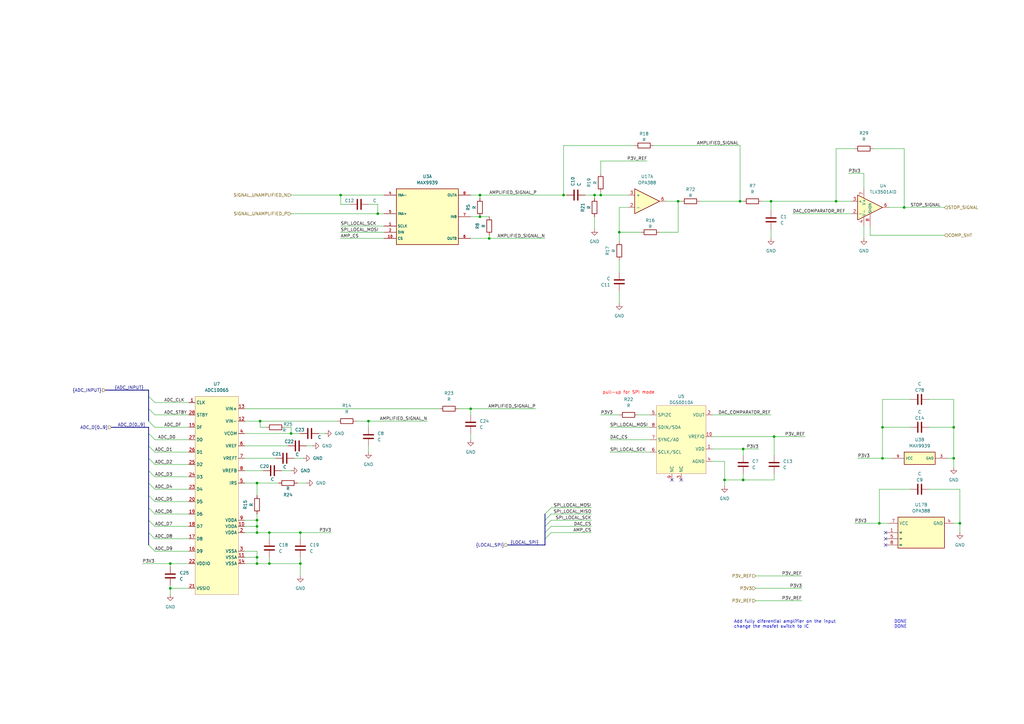
<source format=kicad_sch>
(kicad_sch (version 20231120) (generator "eeschema") (generator_version "8.0")
  (paper "A3")
  (lib_symbols
    (symbol "10_ICs:ADC10065"
      (property "Reference" "U" (at 0.508 1.016 0))
      (property "Value" "ADC10065" (at 0 0 0))
      (symbol "ADC10065_1_1"
        (rectangle (start 0 0) (end 17.78 -81.28) (stroke (width 0.0645)) (fill (type background)))
        (pin input line (at -2.54 -2.54 0) (length 2.54) (name "CLK") (number "1"))
        (pin input line (at 20.32 -53.34 180) (length 2.54) (name "VDDA") (number "10"))
        (pin input line (at 20.32 -66.04 180) (length 2.54) (name "VSSA") (number "11"))
        (pin input line (at 20.32 -10.16 180) (length 2.54) (name "VIN-") (number "12"))
        (pin input line (at 20.32 -5.08 180) (length 2.54) (name "VIN+") (number "13"))
        (pin input line (at 20.32 -68.58 180) (length 2.54) (name "VSSA") (number "14"))
        (pin input line (at -2.54 -12.7 0) (length 2.54) (name "DF") (number "15"))
        (pin input line (at -2.54 -63.5 0) (length 2.54) (name "D9") (number "16"))
        (pin input line (at -2.54 -58.42 0) (length 2.54) (name "D8") (number "17"))
        (pin input line (at -2.54 -53.34 0) (length 2.54) (name "D7") (number "18"))
        (pin input line (at -2.54 -48.26 0) (length 2.54) (name "D6") (number "19"))
        (pin input line (at 20.32 -55.88 180) (length 2.54) (name "VDDA") (number "2"))
        (pin input line (at -2.54 -43.18 0) (length 2.54) (name "D5") (number "20"))
        (pin input line (at -2.54 -78.74 0) (length 2.54) (name "VSSIO") (number "21"))
        (pin input line (at -2.54 -68.58 0) (length 2.54) (name "VDDIO") (number "22"))
        (pin input line (at -2.54 -38.1 0) (length 2.54) (name "D4") (number "23"))
        (pin input line (at -2.54 -33.02 0) (length 2.54) (name "D3") (number "24"))
        (pin input line (at -2.54 -27.94 0) (length 2.54) (name "D2") (number "25"))
        (pin input line (at -2.54 -22.86 0) (length 2.54) (name "D1") (number "26"))
        (pin input line (at -2.54 -17.78 0) (length 2.54) (name "D0") (number "27"))
        (pin input line (at -2.54 -7.62 0) (length 2.54) (name "STBY") (number "28"))
        (pin input line (at 20.32 -63.5 180) (length 2.54) (name "VSSA") (number "3"))
        (pin input line (at 20.32 -15.24 180) (length 2.54) (name "VCOM") (number "4"))
        (pin input line (at 20.32 -35.56 180) (length 2.54) (name "IRS") (number "5"))
        (pin input line (at 20.32 -20.32 180) (length 2.54) (name "VREF") (number "6"))
        (pin input line (at 20.32 -25.4 180) (length 2.54) (name "VREFT") (number "7"))
        (pin input line (at 20.32 -30.48 180) (length 2.54) (name "VREFB") (number "8"))
        (pin input line (at 20.32 -50.8 180) (length 2.54) (name "VDDA") (number "9"))
      )
    )
    (symbol "10_ICs:DAC60501ZDGS"
      (property "Reference" "U" (at 0.762 1.27 0))
      (symbol "DAC60501ZDGS_1_1"
        (rectangle (start 0 0) (end 20.32 -27.94) (stroke (width 0.0645) (color 132 0 0 1)) (fill (type background)))
        (pin input line (at 22.86 -17.78 180) (length 2.54) (name "VDD") (number "1"))
        (pin input line (at 22.86 -12.7 180) (length 2.54) (name "VREFIO") (number "10"))
        (pin input line (at 22.86 -3.81 180) (length 2.54) (name "VOUT") (number "2"))
        (pin input line (at 10.16 -30.48 90) (length 2.54) (name "NC") (number "3"))
        (pin input line (at 22.86 -22.86 180) (length 2.54) (name "AGND") (number "4"))
        (pin input line (at -2.54 -3.81 0) (length 2.54) (name "SPI2C") (number "5"))
        (pin input line (at -2.54 -19.05 0) (length 2.54) (name "SCLK/SCL") (number "6"))
        (pin input line (at -2.54 -13.97 0) (length 2.54) (name "SYNC/A0") (number "7"))
        (pin input line (at -2.54 -8.89 0) (length 2.54) (name "SDIN/SDA") (number "8"))
        (pin input line (at 6.35 -30.48 90) (length 2.54) (name "NC") (number "9"))
      )
    )
    (symbol "10_ICs:MAX9939"
      (property "Reference" "U" (at 0.508 2.794 0))
      (property "Value" "MAX9939" (at 4.064 1.016 0))
      (symbol "MAX9939_1_0"
        (pin bidirectional line (at -5.08 -15.24 0) (length 5.08) (name "SCLK") (number "1"))
        (pin bidirectional line (at -5.08 -20.32 0) (length 5.08) (name "CS") (number "10"))
        (pin bidirectional line (at -5.08 -17.78 0) (length 5.08) (name "DIN") (number "2"))
        (pin bidirectional line (at -5.08 -2.54 0) (length 5.08) (name "INA-") (number "4"))
        (pin bidirectional line (at -5.08 -10.16 0) (length 5.08) (name "INA+") (number "5"))
        (pin bidirectional line (at 30.48 -20.32 180) (length 5.08) (name "OUTB") (number "6"))
        (pin bidirectional line (at 30.48 -11.43 180) (length 5.08) (name "INB") (number "7"))
        (pin bidirectional line (at 30.48 -2.54 180) (length 5.08) (name "OUTA") (number "8"))
      )
      (symbol "MAX9939_1_1"
        (rectangle (start 0 0) (end 25.4 -22.86) (stroke (width 0.254)) (fill (type background)))
      )
      (symbol "MAX9939_2_0"
        (pin bidirectional line (at 17.78 -2.54 180) (length 5.08) (name "GND") (number "3"))
        (pin bidirectional line (at -5.08 -2.54 0) (length 5.08) (name "VCC") (number "9"))
      )
      (symbol "MAX9939_2_1"
        (rectangle (start 0 0) (end 12.7 -5.08) (stroke (width 0.254)) (fill (type background)))
      )
    )
    (symbol "10_ICs:OPA388"
      (property "Reference" "U" (at 0.508 3.556 0))
      (property "Value" "OPA388" (at 3.556 1.27 0))
      (symbol "OPA388_1_1"
        (polyline (pts (xy 0 0) (xy 10.16 -5.08) (xy 0 -10.16) (xy 0 0)) (stroke (width 0.254)) (fill (type background)))
        (pin input line (at -2.54 -7.62 0) (length 2.54) (name "-") (number "2"))
        (pin input line (at -2.54 -2.54 0) (length 2.54) (name "+") (number "3"))
        (pin output line (at 12.7 -5.08 180) (length 2.54) (name "~") (number "6"))
      )
      (symbol "OPA388_2_1"
        (rectangle (start 0 0) (end 19.05 -12.7) (stroke (width 0.254) (color 132 0 0 1)) (fill (type background)))
        (pin input line (at -5.08 -6.35 0) (length 5.08) (name "NC") (number "1"))
        (pin power_in line (at 22.86 -2.54 180) (length 3.81) (name "GND") (number "4"))
        (pin input line (at -5.08 -8.89 0) (length 5.08) (name "NC") (number "5"))
        (pin power_in line (at -3.81 -2.54 0) (length 3.81) (name "VCC") (number "7"))
        (pin input line (at -5.08 -11.43 0) (length 5.08) (name "NC") (number "8"))
      )
    )
    (symbol "Comparator:TLV3501AID" (pin_names (offset 0.127))
      (property "Reference" "U" (at 3.81 -5.08 0))
      (property "Value" "TLV3501AID" (at 3.81 -7.62 0))
      (symbol "TLV3501AID_1_1"
        (polyline (pts (xy -5.08 5.08) (xy 5.08 0) (xy -5.08 -5.08) (xy -5.08 5.08)) (stroke (width 0.254)) (fill (type background)))
        (pin no_connect line (at -5.08 5.08 180) (length 0) hide (name "NC") (number "1"))
        (pin input line (at -7.62 -2.54 0) (length 2.54) (name "-") (number "2"))
        (pin input line (at -7.62 2.54 0) (length 2.54) (name "+") (number "3"))
        (pin power_in line (at -2.54 -7.62 90) (length 3.81) (name "V-") (number "4"))
        (pin no_connect line (at -5.08 -5.08 180) (length 0) hide (name "NC") (number "5"))
        (pin output line (at 7.62 0 180) (length 2.54) (name "~") (number "6"))
        (pin power_in line (at -2.54 7.62 270) (length 3.81) (name "V+") (number "7"))
        (pin input line (at 0 -7.62 90) (length 5.08) (name "SHDN") (number "8"))
      )
    )
    (symbol "Device:C" (pin_numbers hide) (pin_names (offset 0.254))
      (property "Reference" "C" (at 0.635 2.54 0))
      (property "Value" "C" (at 0.635 -2.54 0))
      (symbol "C_0_1"
        (polyline (pts (xy -2.032 -0.762) (xy 2.032 -0.762)) (stroke (width 0.508)))
        (polyline (pts (xy -2.032 0.762) (xy 2.032 0.762)) (stroke (width 0.508)))
      )
      (symbol "C_1_1"
        (pin passive line (at 0 3.81 270) (length 2.794) (name "~") (number "1"))
        (pin passive line (at 0 -3.81 90) (length 2.794) (name "~") (number "2"))
      )
    )
    (symbol "Device:R" (pin_numbers hide) (pin_names (offset 0))
      (property "Reference" "R" (at 2.032 0 90))
      (property "Value" "R" (at 0 0 90))
      (symbol "R_0_1"
        (rectangle (start -1.016 -2.54) (end 1.016 2.54) (stroke (width 0.254)))
      )
      (symbol "R_1_1"
        (pin passive line (at 0 3.81 270) (length 1.27) (name "~") (number "1"))
        (pin passive line (at 0 -3.81 90) (length 1.27) (name "~") (number "2"))
      )
    )
    (symbol "power:GND" (power) (pin_numbers hide) (pin_names (offset 0) hide)
      (property "Value" "GND" (at 0 -3.81 0))
      (symbol "GND_0_1"
        (polyline (pts (xy 0 0) (xy 0 -1.27) (xy 1.27 -1.27) (xy 0 -2.54) (xy -1.27 -1.27) (xy 0 -1.27)))
      )
      (symbol "GND_1_1"
        (pin power_in line (at 0 0 270) (length 0) (name "~") (number "1"))
      )
    )
  )
  (bus_alias "ADC_INPUT" (members "ADC_CLK" "ADC_STBY" "ADC_DF"))
  (bus_alias "DAC_SPI" (members "DAC_MOSI" "DAC_CS" "DAC_SCLK"))
  (junction (at 106.68 172.72))
  (junction (at 110.49 231.14))
  (junction (at 105.41 215.9))
  (junction (at 304.8 196.85))
  (junction (at 196.85 88.9))
  (junction (at 278.13 82.55))
  (junction (at 246.38 80.01))
  (junction (at 154.94 87.63))
  (junction (at 303.53 82.55))
  (junction (at 297.18 196.85))
  (junction (at 139.7 80.01))
  (junction (at 316.23 82.55))
  (junction (at 105.41 218.44))
  (junction (at 391.16 175.26))
  (junction (at 342.9 82.55))
  (junction (at 243.84 80.01))
  (junction (at 110.49 218.44))
  (junction (at 151.13 172.72))
  (junction (at 370.84 85.09))
  (junction (at 196.85 80.01))
  (junction (at 123.19 231.14))
  (junction (at 105.41 228.6))
  (junction (at 69.85 241.3))
  (junction (at 361.95 175.26))
  (junction (at 105.41 198.12))
  (junction (at 360.68 214.63))
  (junction (at 200.66 97.79))
  (junction (at 391.16 187.96))
  (junction (at 105.41 231.14))
  (junction (at 393.7 214.63))
  (junction (at 193.04 167.64))
  (junction (at 254 95.25))
  (junction (at 317.5 179.07))
  (junction (at 361.95 187.96))
  (junction (at 123.19 218.44))
  (junction (at 69.85 231.14))
  (junction (at 231.14 80.01))
  (junction (at 304.8 184.15))
  (junction (at 119.38 177.8))
  (junction (at 105.41 213.36))
  (no_connect (at 279.4 196.85))
  (no_connect (at 275.59 196.85))
  (no_connect (at 363.22 218.44))
  (no_connect (at 363.22 220.98))
  (no_connect (at 363.22 223.52))
  (bus_entry (at 60.96 218.44) (size 2.54 2.54))
  (bus_entry (at 60.96 187.96) (size 2.54 2.54))
  (bus_entry (at 60.96 208.28) (size 2.54 2.54))
  (bus_entry (at 60.96 203.2) (size 2.54 2.54))
  (bus_entry (at 223.52 220.98) (size 2.54 -2.54))
  (bus_entry (at 60.96 182.88) (size 2.54 2.54))
  (bus_entry (at 60.96 177.8) (size 2.54 2.54))
  (bus_entry (at 60.96 213.36) (size 2.54 2.54))
  (bus_entry (at 223.52 215.9) (size 2.54 -2.54))
  (bus_entry (at 223.52 218.44) (size 2.54 -2.54))
  (bus_entry (at 60.96 198.12) (size 2.54 2.54))
  (bus_entry (at 63.5 175.26) (size -2.54 -2.54))
  (bus_entry (at 63.5 170.18) (size -2.54 -2.54))
  (bus_entry (at 60.96 223.52) (size 2.54 2.54))
  (bus_entry (at 60.96 193.04) (size 2.54 2.54))
  (bus_entry (at 223.52 213.36) (size 2.54 -2.54))
  (bus_entry (at 223.52 210.82) (size 2.54 -2.54))
  (bus_entry (at 63.5 165.1) (size -2.54 -2.54))
  (wire (pts (xy 139.7 80.01) (xy 157.48 80.01)))
  (wire (pts (xy 270.51 95.25) (xy 278.13 95.25)))
  (wire (pts (xy 391.16 187.96) (xy 388.62 187.96)))
  (wire (pts (xy 119.38 87.63) (xy 154.94 87.63)))
  (wire (pts (xy 125.73 182.88) (xy 128.27 182.88)))
  (wire (pts (xy 123.19 218.44) (xy 135.89 218.44)))
  (wire (pts (xy 154.94 83.82) (xy 154.94 87.63)))
  (wire (pts (xy 196.85 80.01) (xy 196.85 81.28)))
  (bus (pts (xy 60.96 172.72) (xy 60.96 167.64)))
  (bus (pts (xy 60.96 182.88) (xy 60.96 177.8)))
  (wire (pts (xy 254 119.38) (xy 254 124.46)))
  (wire (pts (xy 243.84 80.01) (xy 246.38 80.01)))
  (wire (pts (xy 317.5 179.07) (xy 317.5 186.69)))
  (wire (pts (xy 100.33 193.04) (xy 107.95 193.04)))
  (wire (pts (xy 246.38 78.74) (xy 246.38 80.01)))
  (wire (pts (xy 381 200.66) (xy 393.7 200.66)))
  (wire (pts (xy 342.9 82.55) (xy 349.25 82.55)))
  (wire (pts (xy 364.49 85.09) (xy 370.84 85.09)))
  (wire (pts (xy 63.5 185.42) (xy 77.47 185.42)))
  (wire (pts (xy 309.88 236.22) (xy 328.93 236.22)))
  (wire (pts (xy 317.5 196.85) (xy 304.8 196.85)))
  (bus (pts (xy 223.52 213.36) (xy 223.52 210.82)))
  (wire (pts (xy 391.16 163.83) (xy 391.16 175.26)))
  (wire (pts (xy 193.04 80.01) (xy 196.85 80.01)))
  (wire (pts (xy 139.7 83.82) (xy 139.7 80.01)))
  (wire (pts (xy 358.14 60.96) (xy 370.84 60.96)))
  (wire (pts (xy 267.97 59.69) (xy 303.53 59.69)))
  (wire (pts (xy 309.88 246.38) (xy 328.93 246.38)))
  (wire (pts (xy 254 106.68) (xy 254 111.76)))
  (wire (pts (xy 361.95 175.26) (xy 361.95 187.96)))
  (wire (pts (xy 193.04 97.79) (xy 200.66 97.79)))
  (wire (pts (xy 63.5 210.82) (xy 77.47 210.82)))
  (wire (pts (xy 110.49 218.44) (xy 105.41 218.44)))
  (wire (pts (xy 187.96 167.64) (xy 193.04 167.64)))
  (wire (pts (xy 309.88 241.3) (xy 328.93 241.3)))
  (wire (pts (xy 110.49 231.14) (xy 105.41 231.14)))
  (wire (pts (xy 106.68 175.26) (xy 106.68 172.72)))
  (wire (pts (xy 105.41 228.6) (xy 105.41 231.14)))
  (wire (pts (xy 63.5 195.58) (xy 77.47 195.58)))
  (wire (pts (xy 77.47 231.14) (xy 69.85 231.14)))
  (wire (pts (xy 100.33 226.06) (xy 105.41 226.06)))
  (wire (pts (xy 254 95.25) (xy 254 85.09)))
  (wire (pts (xy 242.57 218.44) (xy 226.06 218.44)))
  (wire (pts (xy 350.52 60.96) (xy 342.9 60.96)))
  (bus (pts (xy 223.52 215.9) (xy 223.52 218.44)))
  (wire (pts (xy 100.33 198.12) (xy 105.41 198.12)))
  (wire (pts (xy 361.95 187.96) (xy 365.76 187.96)))
  (wire (pts (xy 63.5 165.1) (xy 77.47 165.1)))
  (wire (pts (xy 387.35 96.52) (xy 356.87 96.52)))
  (wire (pts (xy 351.79 187.96) (xy 361.95 187.96)))
  (wire (pts (xy 119.38 175.26) (xy 119.38 177.8)))
  (wire (pts (xy 356.87 96.52) (xy 356.87 92.71)))
  (wire (pts (xy 123.19 231.14) (xy 110.49 231.14)))
  (bus (pts (xy 60.96 208.28) (xy 60.96 203.2)))
  (wire (pts (xy 110.49 228.6) (xy 110.49 231.14)))
  (wire (pts (xy 63.5 226.06) (xy 77.47 226.06)))
  (wire (pts (xy 250.19 175.26) (xy 266.7 175.26)))
  (wire (pts (xy 119.38 80.01) (xy 139.7 80.01)))
  (wire (pts (xy 105.41 231.14) (xy 100.33 231.14)))
  (wire (pts (xy 120.65 187.96) (xy 124.46 187.96)))
  (wire (pts (xy 242.57 213.36) (xy 226.06 213.36)))
  (wire (pts (xy 254 95.25) (xy 262.89 95.25)))
  (wire (pts (xy 100.33 187.96) (xy 113.03 187.96)))
  (bus (pts (xy 60.96 203.2) (xy 60.96 198.12)))
  (wire (pts (xy 109.22 175.26) (xy 106.68 175.26)))
  (wire (pts (xy 69.85 240.03) (xy 69.85 241.3)))
  (bus (pts (xy 60.96 167.64) (xy 60.96 162.56)))
  (wire (pts (xy 317.5 179.07) (xy 292.1 179.07)))
  (bus (pts (xy 60.96 193.04) (xy 60.96 187.96)))
  (wire (pts (xy 110.49 220.98) (xy 110.49 218.44)))
  (wire (pts (xy 63.5 205.74) (xy 77.47 205.74)))
  (wire (pts (xy 139.7 92.71) (xy 157.48 92.71)))
  (bus (pts (xy 60.96 187.96) (xy 60.96 182.88)))
  (wire (pts (xy 347.98 71.12) (xy 354.33 71.12)))
  (wire (pts (xy 100.33 215.9) (xy 105.41 215.9)))
  (wire (pts (xy 342.9 60.96) (xy 342.9 82.55)))
  (wire (pts (xy 63.5 215.9) (xy 77.47 215.9)))
  (wire (pts (xy 121.92 198.12) (xy 125.73 198.12)))
  (wire (pts (xy 200.66 97.79) (xy 200.66 96.52)))
  (wire (pts (xy 242.57 210.82) (xy 226.06 210.82)))
  (wire (pts (xy 146.05 172.72) (xy 151.13 172.72)))
  (wire (pts (xy 254 99.06) (xy 254 95.25)))
  (wire (pts (xy 63.5 200.66) (xy 77.47 200.66)))
  (wire (pts (xy 123.19 220.98) (xy 123.19 218.44)))
  (wire (pts (xy 261.62 170.18) (xy 266.7 170.18)))
  (wire (pts (xy 100.33 167.64) (xy 180.34 167.64)))
  (wire (pts (xy 350.52 214.63) (xy 360.68 214.63)))
  (bus (pts (xy 223.52 223.52) (xy 208.28 223.52)))
  (wire (pts (xy 100.33 177.8) (xy 119.38 177.8)))
  (wire (pts (xy 260.35 59.69) (xy 231.14 59.69)))
  (wire (pts (xy 143.51 83.82) (xy 139.7 83.82)))
  (wire (pts (xy 100.33 182.88) (xy 118.11 182.88)))
  (wire (pts (xy 63.5 170.18) (xy 77.47 170.18)))
  (wire (pts (xy 246.38 170.18) (xy 254 170.18)))
  (wire (pts (xy 254 85.09) (xy 257.81 85.09)))
  (wire (pts (xy 100.33 228.6) (xy 105.41 228.6)))
  (wire (pts (xy 278.13 82.55) (xy 273.05 82.55)))
  (wire (pts (xy 250.19 180.34) (xy 266.7 180.34)))
  (wire (pts (xy 243.84 88.9) (xy 243.84 93.98)))
  (wire (pts (xy 69.85 231.14) (xy 58.42 231.14)))
  (wire (pts (xy 391.16 175.26) (xy 391.16 187.96)))
  (wire (pts (xy 231.14 80.01) (xy 232.41 80.01)))
  (wire (pts (xy 316.23 82.55) (xy 342.9 82.55)))
  (wire (pts (xy 115.57 193.04) (xy 119.38 193.04)))
  (wire (pts (xy 303.53 59.69) (xy 303.53 82.55)))
  (wire (pts (xy 317.5 194.31) (xy 317.5 196.85)))
  (wire (pts (xy 151.13 172.72) (xy 175.26 172.72)))
  (bus (pts (xy 223.52 215.9) (xy 223.52 213.36)))
  (wire (pts (xy 393.7 214.63) (xy 391.16 214.63)))
  (wire (pts (xy 391.16 191.77) (xy 391.16 187.96)))
  (wire (pts (xy 360.68 214.63) (xy 364.49 214.63)))
  (wire (pts (xy 246.38 80.01) (xy 257.81 80.01)))
  (wire (pts (xy 297.18 189.23) (xy 297.18 196.85)))
  (wire (pts (xy 123.19 218.44) (xy 110.49 218.44)))
  (wire (pts (xy 297.18 199.39) (xy 297.18 196.85)))
  (wire (pts (xy 63.5 220.98) (xy 77.47 220.98)))
  (wire (pts (xy 250.19 185.42) (xy 266.7 185.42)))
  (wire (pts (xy 354.33 92.71) (xy 354.33 97.79)))
  (wire (pts (xy 297.18 196.85) (xy 304.8 196.85)))
  (wire (pts (xy 292.1 170.18) (xy 316.23 170.18)))
  (bus (pts (xy 60.96 175.26) (xy 45.72 175.26)))
  (wire (pts (xy 151.13 175.26) (xy 151.13 172.72)))
  (wire (pts (xy 116.84 175.26) (xy 119.38 175.26)))
  (bus (pts (xy 60.96 218.44) (xy 60.96 213.36)))
  (wire (pts (xy 373.38 200.66) (xy 360.68 200.66)))
  (wire (pts (xy 330.2 179.07) (xy 317.5 179.07)))
  (wire (pts (xy 119.38 177.8) (xy 123.19 177.8)))
  (wire (pts (xy 193.04 167.64) (xy 193.04 170.18)))
  (wire (pts (xy 193.04 177.8) (xy 193.04 180.34)))
  (wire (pts (xy 370.84 85.09) (xy 387.35 85.09)))
  (wire (pts (xy 360.68 200.66) (xy 360.68 214.63)))
  (wire (pts (xy 105.41 226.06) (xy 105.41 228.6)))
  (wire (pts (xy 303.53 82.55) (xy 304.8 82.55)))
  (wire (pts (xy 63.5 190.5) (xy 77.47 190.5)))
  (wire (pts (xy 287.02 82.55) (xy 303.53 82.55)))
  (wire (pts (xy 105.41 198.12) (xy 114.3 198.12)))
  (wire (pts (xy 123.19 228.6) (xy 123.19 231.14)))
  (wire (pts (xy 246.38 66.04) (xy 265.43 66.04)))
  (wire (pts (xy 139.7 97.79) (xy 157.48 97.79)))
  (wire (pts (xy 105.41 213.36) (xy 100.33 213.36)))
  (wire (pts (xy 354.33 71.12) (xy 354.33 77.47)))
  (wire (pts (xy 196.85 88.9) (xy 200.66 88.9)))
  (wire (pts (xy 63.5 180.34) (xy 77.47 180.34)))
  (wire (pts (xy 63.5 175.26) (xy 77.47 175.26)))
  (wire (pts (xy 373.38 163.83) (xy 361.95 163.83)))
  (bus (pts (xy 60.96 177.8) (xy 60.96 175.26)))
  (wire (pts (xy 100.33 218.44) (xy 105.41 218.44)))
  (wire (pts (xy 69.85 241.3) (xy 77.47 241.3)))
  (wire (pts (xy 231.14 59.69) (xy 231.14 80.01)))
  (bus (pts (xy 223.52 220.98) (xy 223.52 223.52)))
  (bus (pts (xy 60.96 160.02) (xy 43.18 160.02)))
  (wire (pts (xy 316.23 82.55) (xy 316.23 86.36)))
  (wire (pts (xy 278.13 82.55) (xy 279.4 82.55)))
  (wire (pts (xy 151.13 83.82) (xy 154.94 83.82)))
  (wire (pts (xy 196.85 80.01) (xy 231.14 80.01)))
  (wire (pts (xy 100.33 172.72) (xy 106.68 172.72)))
  (wire (pts (xy 139.7 95.25) (xy 157.48 95.25)))
  (bus (pts (xy 60.96 213.36) (xy 60.96 208.28)))
  (wire (pts (xy 106.68 172.72) (xy 138.43 172.72)))
  (wire (pts (xy 391.16 175.26) (xy 381 175.26)))
  (wire (pts (xy 240.03 80.01) (xy 243.84 80.01)))
  (wire (pts (xy 304.8 194.31) (xy 304.8 196.85)))
  (wire (pts (xy 200.66 97.79) (xy 223.52 97.79)))
  (wire (pts (xy 123.19 231.14) (xy 123.19 236.22)))
  (wire (pts (xy 151.13 182.88) (xy 151.13 185.42)))
  (bus (pts (xy 60.96 162.56) (xy 60.96 160.02)))
  (wire (pts (xy 292.1 184.15) (xy 304.8 184.15)))
  (wire (pts (xy 381 163.83) (xy 391.16 163.83)))
  (wire (pts (xy 246.38 66.04) (xy 246.38 71.12)))
  (wire (pts (xy 69.85 231.14) (xy 69.85 232.41)))
  (wire (pts (xy 312.42 82.55) (xy 316.23 82.55)))
  (wire (pts (xy 193.04 88.9) (xy 196.85 88.9)))
  (wire (pts (xy 393.7 218.44) (xy 393.7 214.63)))
  (bus (pts (xy 223.52 218.44) (xy 223.52 220.98)))
  (wire (pts (xy 193.04 167.64) (xy 219.71 167.64)))
  (wire (pts (xy 361.95 163.83) (xy 361.95 175.26)))
  (wire (pts (xy 130.81 177.8) (xy 133.35 177.8)))
  (wire (pts (xy 243.84 80.01) (xy 243.84 81.28)))
  (bus (pts (xy 60.96 223.52) (xy 60.96 218.44)))
  (wire (pts (xy 325.12 87.63) (xy 349.25 87.63)))
  (wire (pts (xy 304.8 184.15) (xy 311.15 184.15)))
  (wire (pts (xy 373.38 175.26) (xy 361.95 175.26)))
  (bus (pts (xy 60.96 198.12) (xy 60.96 193.04)))
  (wire (pts (xy 278.13 95.25) (xy 278.13 82.55)))
  (wire (pts (xy 69.85 241.3) (xy 69.85 243.84)))
  (wire (pts (xy 105.41 218.44) (xy 105.41 215.9)))
  (wire (pts (xy 105.41 198.12) (xy 105.41 203.2)))
  (wire (pts (xy 393.7 200.66) (xy 393.7 214.63)))
  (wire (pts (xy 316.23 93.98) (xy 316.23 97.79)))
  (wire (pts (xy 154.94 87.63) (xy 157.48 87.63)))
  (wire (pts (xy 292.1 189.23) (xy 297.18 189.23)))
  (wire (pts (xy 304.8 184.15) (xy 304.8 186.69)))
  (wire (pts (xy 242.57 215.9) (xy 226.06 215.9)))
  (wire (pts (xy 370.84 60.96) (xy 370.84 85.09)))
  (wire (pts (xy 105.41 215.9) (xy 105.41 213.36)))
  (wire (pts (xy 105.41 210.82) (xy 105.41 213.36)))
  (wire (pts (xy 242.57 208.28) (xy 226.06 208.28)))
  (text "pull-up for SPI mode" (at 257.81 161.036 0) (effects (font (size 1.27 1.27))))
  (text "Add fully diferential amplifier on the input 		DONE\nchange the mosfet switch to IC						DONE\n" (at 300.99 256.032 0) (effects (font (size 1.27 1.27)) (justify left)))
  (label "STOP_SIGNAL" (at 373.38 85.09 0))
  (label "AMPLIFIED_SIGNAL_P" (at 200.66 80.01 0))
  (label "AMPLIFIED_SIGNAL_N" (at 223.52 97.79 180))
  (label "P3V_REF" (at 265.43 66.04 180))
  (label "P3V3" (at 135.89 218.44 180))
  (label "ADC_D4" (at 63.5 200.66 0))
  (label "P3V_REF" (at 328.93 246.38 180))
  (label "ADC_D9" (at 63.5 226.06 0))
  (label "ADC_D[0..9]" (at 48.26 175.26 0))
  (label "P3V3" (at 246.38 170.18 0))
  (label "AMPLIFIED_SIGNAL_N" (at 175.26 172.72 180))
  (label "P3V3" (at 58.42 231.14 0))
  (label "ADC_STBY" (at 67.31 170.18 0))
  (label "ADC_D6" (at 63.5 210.82 0))
  (label "AMP_CS" (at 139.7 97.79 0))
  (label "SPI_LOCAL_SCK" (at 250.19 185.42 0))
  (label "ADC_D7" (at 63.5 215.9 0))
  (label "{LOCAL_SPI}" (at 220.98 223.52 180))
  (label "SPI_LOCAL_MOSI" (at 250.19 175.26 0))
  (label "P3V_REF" (at 328.93 236.22 180))
  (label "P3V_REF" (at 330.2 179.07 180))
  (label "P3V3" (at 328.93 241.3 180))
  (label "DAC_CS" (at 250.19 180.34 0))
  (label "ADC_D2" (at 63.5 190.5 0))
  (label "SPI_LOCAL_MOSI" (at 139.7 95.25 0))
  (label "ADC_D5" (at 63.5 205.74 0))
  (label "DAC_COMPARATOR_REF" (at 316.23 170.18 180))
  (label "ADC_DF" (at 67.31 175.26 0))
  (label "P3V3" (at 347.98 71.12 0))
  (label "DAC_CS" (at 242.57 215.9 180))
  (label "SPI_LOCAL_SCK" (at 242.57 213.36 180))
  (label "ADC_D0" (at 64.77 180.34 0))
  (label "ADC_D1" (at 63.5 185.42 0))
  (label "SPI_LOCAL_SCK" (at 139.7 92.71 0))
  (label "SPI_LOCAL_MOSI" (at 242.57 208.28 180))
  (label "DAC_COMPARATOR_REF" (at 325.12 87.63 0))
  (label "P3V3" (at 351.79 187.96 0))
  (label "AMPLIFIED_SIGNAL_P" (at 219.71 167.64 180))
  (label "SPI_LOCAL_MISO" (at 242.57 210.82 180))
  (label "ADC_D8" (at 63.5 220.98 0))
  (label "P3V3" (at 311.15 184.15 180))
  (label "AMPLIFIED_SIGNAL" (at 285.75 59.69 0))
  (label "ADC_D3" (at 63.5 195.58 0))
  (label "P3V3" (at 350.52 214.63 0))
  (label "ADC_CLK" (at 67.31 165.1 0))
  (label "{ADC_INPUT}" (at 46.99 160.02 0))
  (label "AMP_CS" (at 242.57 218.44 180))
  (hierarchical_label "{ADC_INPUT}" (shape input) (at 43.18 160.02 180))
  (hierarchical_label "{LOCAL_SPI}" (shape input) (at 208.28 223.52 180))
  (hierarchical_label "COMP_SHT" (shape input) (at 387.35 96.52 0))
  (hierarchical_label "P3V3" (shape input) (at 309.88 241.3 180))
  (hierarchical_label "STOP_SIGNAL" (shape input) (at 387.35 85.09 0))
  (hierarchical_label "P3V_REF" (shape input) (at 309.88 236.22 180))
  (hierarchical_label "P3V_REF" (shape input) (at 309.88 246.38 180))
  (hierarchical_label "ADC_D[0..9]" (shape input) (at 45.72 175.26 180))
  (hierarchical_label "SIGNAL_UNAMPLIFIED_P" (shape input) (at 119.38 87.63 180))
  (hierarchical_label "SIGNAL_UNAMPLIFIED_N" (shape input) (at 119.38 80.01 180))
  (symbol (lib_id "power:GND") (at 393.7 218.44 0) (unit 1)
    (property "Reference" "#PWR021" (effects (hide yes)))
    (property "Value" "GND" (at 393.7 223.52 0))
    (property "Description" "Power symbol creates a global label with name \"GND\" , ground" (effects (hide yes)))
  )
  (symbol (lib_id "Device:R") (at 243.84 85.09 0) (unit 1)
    (property "Reference" "R21" (at 239.014 85.09 90))
    (property "Value" "R" (at 241.554 85.09 90))
    (property "Footprint" "Resistor_SMD:R_0603_1608Metric_Pad0.98x0.95mm_HandSolder" (effects (hide yes)))
    (property "Description" "Resistor" (effects (hide yes)))
  )
  (symbol (lib_id "Device:C") (at 69.85 236.22 180) (unit 1)
    (property "Reference" "C25" (at 73.66 234.9499 0) (effects (justify right)))
    (property "Value" "C" (at 73.66 237.4899 0) (effects (justify right)))
    (property "Footprint" "Capacitor_SMD:C_0603_1608Metric_Pad1.08x0.95mm_HandSolder" (effects (hide yes)))
    (property "Description" "Unpolarized capacitor" (effects (hide yes)))
  )
  (symbol (lib_id "power:GND") (at 125.73 198.12 90) (unit 1)
    (property "Reference" "#PWR018" (effects (hide yes)))
    (property "Value" "GND" (at 129.54 198.1199 90) (effects (justify right)))
    (property "Description" "Power symbol creates a global label with name \"GND\" , ground" (effects (hide yes)))
  )
  (symbol (lib_id "Device:R") (at 196.85 85.09 0) (unit 1)
    (property "Reference" "R5" (at 192.024 85.09 90))
    (property "Value" "R" (at 194.564 85.09 90))
    (property "Footprint" "Resistor_SMD:R_0603_1608Metric_Pad0.98x0.95mm_HandSolder" (effects (hide yes)))
    (property "Description" "Resistor" (effects (hide yes)))
  )
  (symbol (lib_id "10_ICs:OPA388") (at 260.35 77.47 0) (unit 1)
    (property "Reference" "U17" (at 265.43 72.39 0))
    (property "Value" "OPA388" (at 265.43 74.93 0))
    (property "Footprint" "Package_SO:VSSOP-8_3.0x3.0mm_P0.65mm" (effects (hide yes)))
  )
  (symbol (lib_id "power:GND") (at 243.84 93.98 0) (unit 1)
    (property "Reference" "#PWR039" (effects (hide yes)))
    (property "Value" "GND" (at 243.84 99.06 0))
    (property "Description" "Power symbol creates a global label with name \"GND\" , ground" (effects (hide yes)))
  )
  (symbol (lib_id "10_ICs:OPA388") (at 368.3 212.09 0) (unit 2)
    (property "Reference" "U17" (at 377.825 207.01 0))
    (property "Value" "OPA388" (at 377.825 209.55 0))
    (property "Footprint" "Package_SO:VSSOP-8_3.0x3.0mm_P0.65mm" (effects (hide yes)))
  )
  (symbol (lib_id "power:GND") (at 128.27 182.88 90) (unit 1)
    (property "Reference" "#PWR015" (effects (hide yes)))
    (property "Value" "GND" (at 132.08 182.8799 90) (effects (justify right)))
    (property "Description" "Power symbol creates a global label with name \"GND\" , ground" (effects (hide yes)))
  )
  (symbol (lib_id "10_ICs:MAX9939") (at 162.56 77.47 0) (unit 1)
    (property "Reference" "U3" (at 175.26 72.39 0))
    (property "Value" "MAX9939" (at 175.26 74.93 0))
    (property "Footprint" "SpecialStuff:uMAX 10 pin" (effects (hide yes)))
  )
  (symbol (lib_id "Device:C") (at 377.19 200.66 90) (mirror x) (unit 1)
    (property "Reference" "C9" (at 377.19 196.85 90))
    (property "Value" "C" (at 377.19 194.31 90))
    (property "Footprint" "Capacitor_SMD:C_0603_1608Metric_Pad1.08x0.95mm_HandSolder" (effects (hide yes)))
    (property "Description" "Unpolarized capacitor" (effects (hide yes)))
  )
  (symbol (lib_id "power:GND") (at 316.23 97.79 0) (unit 1)
    (property "Reference" "#PWR02" (effects (hide yes)))
    (property "Value" "GND" (at 316.23 102.87 0))
    (property "Description" "Power symbol creates a global label with name \"GND\" , ground" (effects (hide yes)))
  )
  (symbol (lib_id "Device:C") (at 151.13 179.07 180) (unit 1)
    (property "Reference" "C8" (at 154.7927 177.7999 0) (effects (justify right)))
    (property "Value" "C" (at 154.7927 180.3399 0) (effects (justify right)))
    (property "Footprint" "Capacitor_SMD:C_0603_1608Metric_Pad1.08x0.95mm_HandSolder" (effects (hide yes)))
    (property "Description" "Unpolarized capacitor" (effects (hide yes)))
  )
  (symbol (lib_id "power:GND") (at 297.18 199.39 0) (unit 1)
    (property "Reference" "#PWR010" (effects (hide yes)))
    (property "Value" "GND" (at 297.18 204.47 0))
    (property "Description" "Power symbol creates a global label with name \"GND\" , ground" (effects (hide yes)))
  )
  (symbol (lib_id "power:GND") (at 69.85 243.84 0) (unit 1)
    (property "Reference" "#PWR037" (effects (hide yes)))
    (property "Value" "GND" (at 69.85 248.92 0))
    (property "Description" "Power symbol creates a global label with name \"GND\" , ground" (effects (hide yes)))
  )
  (symbol (lib_id "Device:C") (at 127 177.8 270) (unit 1)
    (property "Reference" "C23" (at 122.936 176.276 90))
    (property "Value" "C" (at 131.064 179.324 90))
    (property "Footprint" "Capacitor_SMD:C_0603_1608Metric_Pad1.08x0.95mm_HandSolder" (effects (hide yes)))
    (property "Description" "Unpolarized capacitor" (effects (hide yes)))
  )
  (symbol (lib_id "Device:R") (at 118.11 198.12 90) (unit 1)
    (property "Reference" "R24" (at 118.11 202.946 90))
    (property "Value" "R" (at 118.11 200.406 90))
    (property "Footprint" "Resistor_SMD:R_0603_1608Metric_Pad0.98x0.95mm_HandSolder" (effects (hide yes)))
    (property "Description" "Resistor" (effects (hide yes)))
  )
  (symbol (lib_id "Device:C") (at 123.19 224.79 180) (unit 1)
    (property "Reference" "C19" (at 127 223.5199 0) (effects (justify right)))
    (property "Value" "C" (at 127 226.0599 0) (effects (justify right)))
    (property "Footprint" "Capacitor_SMD:C_0603_1608Metric_Pad1.08x0.95mm_HandSolder" (effects (hide yes)))
    (property "Description" "Unpolarized capacitor" (effects (hide yes)))
  )
  (symbol (lib_id "Device:C") (at 377.19 175.26 90) (mirror x) (unit 1)
    (property "Reference" "C14" (at 377.19 171.45 90))
    (property "Value" "C" (at 377.19 168.91 90))
    (property "Footprint" "Capacitor_SMD:C_0603_1608Metric_Pad1.08x0.95mm_HandSolder" (effects (hide yes)))
    (property "Description" "Unpolarized capacitor" (effects (hide yes)))
  )
  (symbol (lib_id "Device:R") (at 105.41 207.01 0) (unit 1)
    (property "Reference" "R15" (at 100.584 207.01 90))
    (property "Value" "R" (at 103.124 207.01 90))
    (property "Footprint" "Resistor_SMD:R_0603_1608Metric_Pad0.98x0.95mm_HandSolder" (effects (hide yes)))
    (property "Description" "Resistor" (effects (hide yes)))
  )
  (symbol (lib_id "power:GND") (at 254 124.46 0) (unit 1)
    (property "Reference" "#PWR038" (effects (hide yes)))
    (property "Value" "GND" (at 254 129.54 0))
    (property "Description" "Power symbol creates a global label with name \"GND\" , ground" (effects (hide yes)))
  )
  (symbol (lib_id "power:GND") (at 151.13 185.42 0) (unit 1)
    (property "Reference" "#PWR017" (effects (hide yes)))
    (property "Value" "GND" (at 151.13 190.5 0))
    (property "Description" "Power symbol creates a global label with name \"GND\" , ground" (effects (hide yes)))
  )
  (symbol (lib_id "Device:R") (at 200.66 92.71 0) (unit 1)
    (property "Reference" "R8" (at 195.834 92.71 90))
    (property "Value" "R" (at 198.374 92.71 90))
    (property "Footprint" "Resistor_SMD:R_0603_1608Metric_Pad0.98x0.95mm_HandSolder" (effects (hide yes)))
    (property "Description" "Resistor" (effects (hide yes)))
  )
  (symbol (lib_id "Device:C") (at 236.22 80.01 270) (unit 1)
    (property "Reference" "C10" (at 234.9499 76.3473 0) (effects (justify right)))
    (property "Value" "C" (at 237.4899 76.3473 0) (effects (justify right)))
    (property "Footprint" "Capacitor_SMD:C_0603_1608Metric_Pad1.08x0.95mm_HandSolder" (effects (hide yes)))
    (property "Description" "Unpolarized capacitor" (effects (hide yes)))
  )
  (symbol (lib_id "Device:R") (at 264.16 59.69 270) (unit 1)
    (property "Reference" "R18" (at 264.16 54.864 90))
    (property "Value" "R" (at 264.16 57.404 90))
    (property "Footprint" "Resistor_SMD:R_0603_1608Metric_Pad0.98x0.95mm_HandSolder" (effects (hide yes)))
    (property "Description" "Resistor" (effects (hide yes)))
  )
  (symbol (lib_id "10_ICs:DAC60501ZDGS") (at 269.24 166.37 0) (unit 1)
    (property "Reference" "U5" (at 279.4 162.56 0))
    (property "Value" "DGS0010A" (at 279.4 165.1 0))
    (property "Footprint" "Package_SO:VSSOP-10_3x3mm_P0.5mm" (effects (hide yes)))
    (property "Datasheet" "https://www.ti.com/lit/ds/symlink/dac60501.pdf?ts=1725519797995&ref_url=https%253A%252F%252Fwww.ti.com%252Fproduct%252FDAC60501%253Futm_source%253Dgoogle%2526utm_medium%253Dcpc%2526utm_campaign%253Dasc-null-null-gpn_en-cpc-pf-google-eu%2526utm_content%253Ddac60501%2526ds_k%253DDAC60501%2526dcm%253Dyes%2526gad_source%253D1%2526gclid%253DEAIaIQobChMI3LiUjZ6riAMVb5KDBx30oiEWEAAYASAAEgLsTPD_BwE%2526gclsrc%253Daw.ds" (effects (hide yes)))
  )
  (symbol (lib_id "power:GND") (at 133.35 177.8 90) (unit 1)
    (property "Reference" "#PWR016" (effects (hide yes)))
    (property "Value" "GND" (at 137.16 177.7999 90) (effects (justify right)))
    (property "Description" "Power symbol creates a global label with name \"GND\" , ground" (effects (hide yes)))
  )
  (symbol (lib_id "power:GND") (at 124.46 187.96 90) (unit 1)
    (property "Reference" "#PWR014" (effects (hide yes)))
    (property "Value" "GND" (at 128.27 187.9599 90) (effects (justify right)))
    (property "Description" "Power symbol creates a global label with name \"GND\" , ground" (effects (hide yes)))
  )
  (symbol (lib_id "Device:C") (at 317.5 190.5 180) (unit 1)
    (property "Reference" "C13" (at 321.1627 189.2299 0) (effects (justify right)))
    (property "Value" "C" (at 321.1627 191.7699 0) (effects (justify right)))
    (property "Footprint" "Capacitor_SMD:C_0603_1608Metric_Pad1.08x0.95mm_HandSolder" (effects (hide yes)))
    (property "Description" "Unpolarized capacitor" (effects (hide yes)))
  )
  (symbol (lib_id "Device:R") (at 266.7 95.25 270) (unit 1)
    (property "Reference" "R16" (at 266.7 90.424 90))
    (property "Value" "R" (at 266.7 92.964 90))
    (property "Footprint" "Resistor_SMD:R_0603_1608Metric_Pad0.98x0.95mm_HandSolder" (effects (hide yes)))
    (property "Description" "Resistor" (effects (hide yes)))
  )
  (symbol (lib_id "Device:R") (at 254 102.87 0) (mirror x) (unit 1)
    (property "Reference" "R17" (at 249.174 102.87 90))
    (property "Value" "R" (at 251.714 102.87 90))
    (property "Footprint" "Resistor_SMD:R_0603_1608Metric_Pad0.98x0.95mm_HandSolder" (effects (hide yes)))
    (property "Description" "Resistor" (effects (hide yes)))
  )
  (symbol (lib_id "Comparator:TLV3501AID") (at 356.87 85.09 0) (unit 1)
    (property "Reference" "U4" (at 362.204 76.2 0))
    (property "Value" "TLV3501AID" (at 362.204 78.74 0))
    (property "Footprint" "Package_SO:SOIC-8_3.9x4.9mm_P1.27mm" (effects (hide yes)))
    (property "Datasheet" "https://www.ti.com/lit/ds/symlink/tlv3501.pdf" (effects (hide yes)))
    (property "Description" "High-Speed Comparator, 4.5-ns, Rail-to-Rail, Push-Pull CMOS Output, SOIC-8" (effects (hide yes)))
  )
  (symbol (lib_id "Device:C") (at 116.84 187.96 270) (unit 1)
    (property "Reference" "C21" (at 113.538 186.182 90))
    (property "Value" "C" (at 116.84 191.516 90))
    (property "Footprint" "Capacitor_SMD:C_0603_1608Metric_Pad1.08x0.95mm_HandSolder" (effects (hide yes)))
    (property "Description" "Unpolarized capacitor" (effects (hide yes)))
  )
  (symbol (lib_id "Device:C") (at 147.32 83.82 270) (unit 1)
    (property "Reference" "C12" (at 145.288 82.296 90) (effects (justify right)))
    (property "Value" "C" (at 154.432 82.296 90) (effects (justify right)))
    (property "Footprint" "Capacitor_SMD:C_0603_1608Metric_Pad1.08x0.95mm_HandSolder" (effects (hide yes)))
    (property "Description" "Unpolarized capacitor" (effects (hide yes)))
  )
  (symbol (lib_id "Device:R") (at 142.24 172.72 270) (unit 1) (in_bom no)
    (property "Reference" "R14" (at 142.24 166.37 90))
    (property "Value" "R" (at 142.24 168.91 90))
    (property "Footprint" "Resistor_SMD:R_0603_1608Metric_Pad0.98x0.95mm_HandSolder" (effects (hide yes)))
    (property "Description" "Resistor" (effects (hide yes)))
  )
  (symbol (lib_id "Device:R") (at 184.15 167.64 270) (unit 1)
    (property "Reference" "R23" (at 184.15 161.29 90))
    (property "Value" "R" (at 184.15 163.83 90))
    (property "Footprint" "Resistor_SMD:R_0603_1608Metric_Pad0.98x0.95mm_HandSolder" (effects (hide yes)))
    (property "Description" "Resistor" (effects (hide yes)))
  )
  (symbol (lib_id "10_ICs:MAX9939") (at 370.84 185.42 0) (unit 2)
    (property "Reference" "U3" (at 377.19 180.34 0))
    (property "Value" "MAX9939" (at 377.19 182.88 0))
    (property "Footprint" "SpecialStuff:uMAX 10 pin" (effects (hide yes)))
  )
  (symbol (lib_id "Device:C") (at 304.8 190.5 180) (unit 1)
    (property "Reference" "C7" (at 308.4627 189.2299 0) (effects (justify right)))
    (property "Value" "C" (at 308.4627 191.7699 0) (effects (justify right)))
    (property "Footprint" "Capacitor_SMD:C_0603_1608Metric_Pad1.08x0.95mm_HandSolder" (effects (hide yes)))
    (property "Description" "Unpolarized capacitor" (effects (hide yes)))
  )
  (symbol (lib_id "Device:R") (at 257.81 170.18 270) (unit 1)
    (property "Reference" "R22" (at 257.81 163.83 90))
    (property "Value" "R" (at 257.81 166.37 90))
    (property "Footprint" "Resistor_SMD:R_0603_1608Metric_Pad0.98x0.95mm_HandSolder" (effects (hide yes)))
    (property "Description" "Resistor" (effects (hide yes)))
  )
  (symbol (lib_id "power:GND") (at 391.16 191.77 0) (unit 1)
    (property "Reference" "#PWR019" (effects (hide yes)))
    (property "Value" "GND" (at 391.16 196.85 0))
    (property "Description" "Power symbol creates a global label with name \"GND\" , ground" (effects (hide yes)))
  )
  (symbol (lib_id "Device:R") (at 308.61 82.55 270) (unit 1)
    (property "Reference" "R7" (at 308.61 76.2 90))
    (property "Value" "R" (at 308.61 78.74 90))
    (property "Footprint" "Resistor_SMD:R_0603_1608Metric_Pad0.98x0.95mm_HandSolder" (effects (hide yes)))
    (property "Description" "Resistor" (effects (hide yes)))
  )
  (symbol (lib_id "Device:R") (at 246.38 74.93 0) (unit 1)
    (property "Reference" "R19" (at 241.554 74.93 90))
    (property "Value" "R" (at 244.094 74.93 90))
    (property "Footprint" "Resistor_SMD:R_0603_1608Metric_Pad0.98x0.95mm_HandSolder" (effects (hide yes)))
    (property "Description" "Resistor" (effects (hide yes)))
  )
  (symbol (lib_id "Device:C") (at 377.19 163.83 90) (mirror x) (unit 1)
    (property "Reference" "C78" (at 377.19 160.02 90))
    (property "Value" "C" (at 377.19 157.48 90))
    (property "Footprint" "Capacitor_SMD:C_0603_1608Metric_Pad1.08x0.95mm_HandSolder" (effects (hide yes)))
    (property "Description" "Unpolarized capacitor" (effects (hide yes)))
  )
  (symbol (lib_id "Device:R") (at 113.03 175.26 270) (unit 1)
    (property "Reference" "R25" (at 118.11 173.99 90))
    (property "Value" "R" (at 116.586 176.53 90))
    (property "Footprint" "Resistor_SMD:R_0603_1608Metric_Pad0.98x0.95mm_HandSolder" (effects (hide yes)))
    (property "Description" "Resistor" (effects (hide yes)))
  )
  (symbol (lib_id "Device:C") (at 254 115.57 0) (unit 1)
    (property "Reference" "C11" (at 250.3373 116.8401 0) (effects (justify right)))
    (property "Value" "C" (at 250.3373 114.3001 0) (effects (justify right)))
    (property "Footprint" "Capacitor_SMD:C_0603_1608Metric_Pad1.08x0.95mm_HandSolder" (effects (hide yes)))
    (property "Description" "Unpolarized capacitor" (effects (hide yes)))
  )
  (symbol (lib_id "power:GND") (at 193.04 180.34 0) (unit 1)
    (property "Reference" "#PWR022" (effects (hide yes)))
    (property "Value" "GND" (at 193.04 185.42 0))
    (property "Description" "Power symbol creates a global label with name \"GND\" , ground" (effects (hide yes)))
  )
  (symbol (lib_id "Device:R") (at 354.33 60.96 270) (unit 1)
    (property "Reference" "R29" (at 354.33 54.61 90))
    (property "Value" "R" (at 354.33 57.15 90))
    (property "Footprint" "Resistor_SMD:R_0603_1608Metric_Pad0.98x0.95mm_HandSolder" (effects (hide yes)))
    (property "Description" "Resistor" (effects (hide yes)))
  )
  (symbol (lib_id "Device:C") (at 316.23 90.17 180) (unit 1)
    (property "Reference" "C1" (at 320.04 88.8999 0) (effects (justify right)))
    (property "Value" "C" (at 320.04 91.4399 0) (effects (justify right)))
    (property "Footprint" "Capacitor_SMD:C_0603_1608Metric_Pad1.08x0.95mm_HandSolder" (effects (hide yes)))
    (property "Description" "Unpolarized capacitor" (effects (hide yes)))
  )
  (symbol (lib_id "Device:C") (at 111.76 193.04 270) (unit 1)
    (property "Reference" "C20" (at 108.458 191.262 90))
    (property "Value" "C" (at 111.76 196.596 90))
    (property "Footprint" "Capacitor_SMD:C_0603_1608Metric_Pad1.08x0.95mm_HandSolder" (effects (hide yes)))
    (property "Description" "Unpolarized capacitor" (effects (hide yes)))
  )
  (symbol (lib_id "power:GND") (at 119.38 193.04 90) (unit 1)
    (property "Reference" "#PWR013" (effects (hide yes)))
    (property "Value" "GND" (at 123.19 193.0399 90) (effects (justify right)))
    (property "Description" "Power symbol creates a global label with name \"GND\" , ground" (effects (hide yes)))
  )
  (symbol (lib_id "Device:R") (at 283.21 82.55 270) (unit 1)
    (property "Reference" "R72" (at 283.21 77.724 90))
    (property "Value" "R" (at 283.21 80.264 90))
    (property "Footprint" "Resistor_SMD:R_0603_1608Metric_Pad0.98x0.95mm_HandSolder" (effects (hide yes)))
    (property "Description" "Resistor" (effects (hide yes)))
  )
  (symbol (lib_id "Device:C") (at 121.92 182.88 270) (unit 1)
    (property "Reference" "C22" (at 118.618 181.102 90))
    (property "Value" "C" (at 121.92 186.436 90))
    (property "Footprint" "Capacitor_SMD:C_0603_1608Metric_Pad1.08x0.95mm_HandSolder" (effects (hide yes)))
    (property "Description" "Unpolarized capacitor" (effects (hide yes)))
  )
  (symbol (lib_id "power:GND") (at 123.19 236.22 0) (unit 1)
    (property "Reference" "#PWR023" (effects (hide yes)))
    (property "Value" "GND" (at 123.19 241.3 0))
    (property "Description" "Power symbol creates a global label with name \"GND\" , ground" (effects (hide yes)))
  )
  (symbol (lib_id "power:GND") (at 354.33 97.79 0) (unit 1)
    (property "Reference" "#PWR024" (effects (hide yes)))
    (property "Value" "GND" (at 354.33 102.87 0))
    (property "Description" "Power symbol creates a global label with name \"GND\" , ground" (effects (hide yes)))
  )
  (symbol (lib_id "Device:C") (at 193.04 173.99 180) (unit 1)
    (property "Reference" "C24" (at 196.7027 172.7199 0) (effects (justify right)))
    (property "Value" "C" (at 196.7027 175.2599 0) (effects (justify right)))
    (property "Footprint" "Capacitor_SMD:C_0603_1608Metric_Pad1.08x0.95mm_HandSolder" (effects (hide yes)))
    (property "Description" "Unpolarized capacitor" (effects (hide yes)))
  )
  (symbol (lib_id "Device:C") (at 110.49 224.79 180) (unit 1)
    (property "Reference" "C18" (at 114.3 223.5199 0) (effects (justify right)))
    (property "Value" "C" (at 114.3 226.0599 0) (effects (justify right)))
    (property "Footprint" "Capacitor_SMD:C_0603_1608Metric_Pad1.08x0.95mm_HandSolder" (effects (hide yes)))
    (property "Description" "Unpolarized capacitor" (effects (hide yes)))
  )
  (symbol (lib_id "10_ICs:ADC10065") (at 80.01 162.56 0) (unit 1)
    (property "Reference" "U7" (at 88.9 157.48 0))
    (property "Value" "ADC10065" (at 88.9 160.02 0))
    (property "Footprint" "Package_SO:TSSOP-28_4.4x9.7mm_P0.65mm" (effects (hide yes)))
    (property "Datasheet" "https://www.ti.com/lit/ds/symlink/adc10065.pdf?ts=1725538982029&ref_url=https%253A%252F%252Fcz.mouser.com%252F" (effects (hide yes)))
  )
)
</source>
